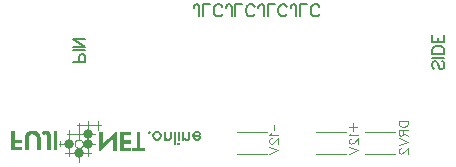
<source format=gbr>
G04 DipTrace 3.3.1.3*
G04 BottomSilk.gbr*
%MOIN*%
G04 #@! TF.FileFunction,Legend,Bot*
G04 #@! TF.Part,Single*
%ADD12C,0.003*%
%ADD19C,0.003937*%
%ADD20O,0.032613X0.032485*%
%ADD21C,0.032568*%
%ADD31C,0.004632*%
%ADD32C,0.006176*%
%FSLAX26Y26*%
G04*
G70*
G90*
G75*
G01*
G04 BotSilk*
%LPD*%
X1309948Y762539D2*
D19*
X1209948D1*
X1309948Y687539D2*
X1209948D1*
X1636347Y687534D2*
X1736347D1*
X1636347Y762534D2*
X1736347D1*
X1473751Y687539D2*
X1573751D1*
X1473751Y762539D2*
X1573751D1*
X715764Y722309D2*
X737053Y722447D1*
X639350Y690073D2*
X725638D1*
X652757Y682202D2*
Y769525D1*
X684102Y660111D2*
Y700440D1*
X715990Y682354D2*
Y798698D1*
X678214Y785088D2*
X758613D1*
X684238Y737733D2*
X684102Y793043D1*
X748829Y767876D2*
Y798698D1*
X739363Y754003D2*
X644061D1*
X617789Y722281D2*
X652531Y722156D1*
D20*
X652078Y722295D3*
D21*
X715877Y722406D3*
X684034Y689949D3*
X715786Y754696D3*
X670060Y722108D2*
D19*
X670094Y723092D1*
X670195Y724072D1*
X670363Y725042D1*
X670597Y725998D1*
X670896Y726935D1*
X671259Y727849D1*
X671683Y728734D1*
X672166Y729587D1*
X672707Y730404D1*
X673303Y731181D1*
X673950Y731913D1*
X674646Y732597D1*
X675387Y733230D1*
X676170Y733810D1*
X676991Y734332D1*
X677845Y734794D1*
X678729Y735195D1*
X679638Y735532D1*
X680568Y735803D1*
X681514Y736008D1*
X682472Y736145D1*
X683437Y736214D1*
X684404D1*
X685370Y736145D1*
X686328Y736008D1*
X687274Y735803D1*
X688204Y735532D1*
X689113Y735195D1*
X689997Y734794D1*
X690851Y734332D1*
X691671Y733810D1*
X692454Y733230D1*
X693195Y732597D1*
X693891Y731913D1*
X694539Y731181D1*
X695134Y730404D1*
X695675Y729587D1*
X696159Y728734D1*
X696583Y727849D1*
X696945Y726935D1*
X697244Y725998D1*
X697478Y725042D1*
X697646Y724072D1*
X697747Y723092D1*
X697781Y722108D1*
X697747Y721123D1*
X697646Y720143D1*
X697478Y719173D1*
X697244Y718217D1*
X696945Y717280D1*
X696583Y716367D1*
X696159Y715481D1*
X695675Y714628D1*
X695134Y713811D1*
X694539Y713035D1*
X693891Y712302D1*
X693195Y711618D1*
X692454Y710985D1*
X691671Y710406D1*
X690851Y709884D1*
X689997Y709421D1*
X689113Y709020D1*
X688204Y708683D1*
X687274Y708412D1*
X686328Y708207D1*
X685370Y708070D1*
X684404Y708001D1*
X683437D1*
X682472Y708070D1*
X681514Y708207D1*
X680568Y708412D1*
X679638Y708683D1*
X678729Y709020D1*
X677845Y709421D1*
X676991Y709884D1*
X676170Y710406D1*
X675387Y710985D1*
X674646Y711618D1*
X673950Y712302D1*
X673303Y713035D1*
X672707Y713811D1*
X672166Y714628D1*
X671683Y715481D1*
X671259Y716367D1*
X670896Y717280D1*
X670597Y718217D1*
X670363Y719173D1*
X670195Y720143D1*
X670094Y721123D1*
X670060Y722108D1*
X622590Y715934D2*
Y732883D1*
X752517Y762316D2*
D12*
X761517D1*
X821517D2*
X854517D1*
X877017D2*
X886017D1*
X752517Y760816D2*
X761517D1*
X805017D2*
X806517D1*
X821517D2*
X854517D1*
X877017D2*
X886017D1*
X752517Y759316D2*
X761517D1*
X803511D2*
X806517D1*
X821517D2*
X854517D1*
X877017D2*
X886017D1*
X752517Y757816D2*
X761517D1*
X801958D2*
X806517D1*
X821517D2*
X854517D1*
X877017D2*
X886017D1*
X752517Y756316D2*
X761517D1*
X800267D2*
X806517D1*
X821517D2*
X854517D1*
X877017D2*
X886017D1*
X752517Y754816D2*
X761517D1*
X798408D2*
X806517D1*
X821517D2*
X854517D1*
X877017D2*
X886017D1*
X752517Y753316D2*
X761517D1*
X796523D2*
X806517D1*
X821517D2*
X830517D1*
X877017D2*
X886017D1*
X752517Y751816D2*
X761517D1*
X794761D2*
X806517D1*
X821517D2*
X830517D1*
X877017D2*
X886017D1*
X752517Y750316D2*
X761517D1*
X793122D2*
X806517D1*
X821517D2*
X830517D1*
X877017D2*
X886017D1*
X752517Y748816D2*
X761517D1*
X791559D2*
X806517D1*
X821517D2*
X830517D1*
X877017D2*
X886017D1*
X752517Y747316D2*
X761517D1*
X790032D2*
X806517D1*
X821517D2*
X830517D1*
X877017D2*
X886017D1*
X752517Y745816D2*
X761517D1*
X788522D2*
X806517D1*
X821517D2*
X830517D1*
X877017D2*
X886017D1*
X752517Y744316D2*
X761517D1*
X787013D2*
X806517D1*
X821517D2*
X830517D1*
X877017D2*
X886017D1*
X752517Y742816D2*
X761517D1*
X785459D2*
X806517D1*
X821517D2*
X830517D1*
X877017D2*
X886017D1*
X752517Y741316D2*
X761517D1*
X783767D2*
X794517D1*
X799017D2*
X806517D1*
X821517D2*
X830517D1*
X877017D2*
X886017D1*
X752517Y739816D2*
X761517D1*
X781908D2*
X793017D1*
X799017D2*
X806517D1*
X821517D2*
X830517D1*
X877017D2*
X886017D1*
X752517Y738316D2*
X761517D1*
X780023D2*
X791517D1*
X799017D2*
X806517D1*
X821517D2*
X830517D1*
X877017D2*
X886017D1*
X752517Y736816D2*
X761517D1*
X778261D2*
X790017D1*
X799017D2*
X806517D1*
X821517D2*
X830517D1*
X877017D2*
X886017D1*
X752517Y735316D2*
X761517D1*
X776622D2*
X788517D1*
X799017D2*
X806517D1*
X821517D2*
X830517D1*
X877017D2*
X886017D1*
X752517Y733816D2*
X761517D1*
X775059D2*
X787017D1*
X799017D2*
X806517D1*
X821517D2*
X854517D1*
X877017D2*
X886017D1*
X752517Y732316D2*
X761517D1*
X773532D2*
X785517D1*
X799017D2*
X806517D1*
X821517D2*
X854517D1*
X877017D2*
X886017D1*
X752517Y730816D2*
X761517D1*
X772022D2*
X784017D1*
X799017D2*
X806517D1*
X821517D2*
X854517D1*
X877017D2*
X886017D1*
X752517Y729316D2*
X761517D1*
X770518D2*
X782517D1*
X799017D2*
X806517D1*
X821517D2*
X854517D1*
X877017D2*
X886017D1*
X752517Y727816D2*
X761522D1*
X769011D2*
X781017D1*
X799017D2*
X806517D1*
X821517D2*
X854517D1*
X877017D2*
X886017D1*
X752517Y726316D2*
X761580D1*
X767454D2*
X779517D1*
X799017D2*
X806517D1*
X821517D2*
X854517D1*
X877017D2*
X886017D1*
X752517Y724816D2*
X761811D1*
X765722D2*
X778017D1*
X799017D2*
X806517D1*
X821517D2*
X830517D1*
X877017D2*
X886017D1*
X752517Y723316D2*
X762324D1*
X763709D2*
X776517D1*
X799017D2*
X806517D1*
X821517D2*
X830517D1*
X877017D2*
X886017D1*
X752517Y721816D2*
X775017D1*
X799017D2*
X806517D1*
X821517D2*
X830517D1*
X877017D2*
X886017D1*
X752517Y720316D2*
X773517D1*
X799017D2*
X806517D1*
X821517D2*
X830517D1*
X877017D2*
X886017D1*
X752517Y718816D2*
X772011D1*
X799017D2*
X806517D1*
X821517D2*
X830517D1*
X877017D2*
X886017D1*
X752517Y717316D2*
X770458D1*
X799017D2*
X806517D1*
X821517D2*
X830517D1*
X877017D2*
X886017D1*
X752517Y715816D2*
X768767D1*
X799017D2*
X806517D1*
X821517D2*
X830517D1*
X877017D2*
X886017D1*
X752517Y714316D2*
X766908D1*
X799017D2*
X806517D1*
X821517D2*
X830517D1*
X877017D2*
X886017D1*
X752517Y712816D2*
X765023D1*
X799017D2*
X806517D1*
X821517D2*
X830517D1*
X877017D2*
X886017D1*
X752517Y711316D2*
X763261D1*
X799017D2*
X806517D1*
X821517D2*
X830517D1*
X877017D2*
X886017D1*
X752517Y709816D2*
X761622D1*
X799017D2*
X806517D1*
X821517D2*
X854517D1*
X860517D2*
X901017D1*
X752517Y708316D2*
X760059D1*
X799017D2*
X806517D1*
X821517D2*
X854517D1*
X860517D2*
X901017D1*
X752517Y706816D2*
X758532D1*
X799017D2*
X806517D1*
X821517D2*
X854517D1*
X860517D2*
X901017D1*
X752517Y705316D2*
X757022D1*
X799017D2*
X806517D1*
X821517D2*
X854517D1*
X860517D2*
X901017D1*
X752517Y703816D2*
X755518D1*
X799017D2*
X806517D1*
X821517D2*
X854517D1*
X860517D2*
X901017D1*
X752517Y702316D2*
X754017D1*
X799017D2*
X806517D1*
X821517D2*
X854517D1*
X860517D2*
X901017D1*
X459009Y764976D2*
X468009D1*
X520509D2*
X537009D1*
X568509D2*
X579009D1*
X600009D2*
X609009D1*
X459009Y763476D2*
X468009D1*
X517112D2*
X540407D1*
X565873D2*
X581145D1*
X600009D2*
X609009D1*
X459009Y761976D2*
X468009D1*
X514304D2*
X543209D1*
X563707D2*
X582877D1*
X600009D2*
X609009D1*
X459009Y760476D2*
X468009D1*
X512089D2*
X545377D1*
X561917D2*
X584177D1*
X600009D2*
X609009D1*
X459009Y758976D2*
X468009D1*
X510302D2*
X547020D1*
X562123D2*
X585139D1*
X600009D2*
X609009D1*
X459009Y757476D2*
X468009D1*
X508854D2*
X548253D1*
X563049D2*
X585808D1*
X600009D2*
X609009D1*
X459009Y755976D2*
X468009D1*
X507715D2*
X522304D1*
X533420D2*
X549228D1*
X564222D2*
X568509D1*
X575714D2*
X586190D1*
X600009D2*
X609009D1*
X459009Y754476D2*
X468009D1*
X506828D2*
X519933D1*
X536668D2*
X550069D1*
X565509D2*
X567009D1*
X576592D2*
X586377D1*
X600009D2*
X609009D1*
X459009Y752976D2*
X468009D1*
X506186D2*
X517983D1*
X539114D2*
X550803D1*
X577094D2*
X586458D1*
X600009D2*
X609009D1*
X459009Y751476D2*
X468009D1*
X505763D2*
X516436D1*
X540858D2*
X551378D1*
X577338D2*
X586490D1*
X600009D2*
X609009D1*
X459009Y749976D2*
X468009D1*
X505390D2*
X515249D1*
X542012D2*
X551772D1*
X577443D2*
X586503D1*
X600009D2*
X609009D1*
X459009Y748476D2*
X468009D1*
X504951D2*
X514341D1*
X542794D2*
X552135D1*
X577485D2*
X586507D1*
X600009D2*
X609009D1*
X459009Y746976D2*
X468009D1*
X504534D2*
X513696D1*
X543429D2*
X552570D1*
X577501D2*
X586509D1*
X600009D2*
X609009D1*
X459009Y745476D2*
X468009D1*
X504261D2*
X513323D1*
X543931D2*
X552985D1*
X577506D2*
X586509D1*
X600009D2*
X609009D1*
X459009Y743976D2*
X468009D1*
X504117D2*
X513140D1*
X544238D2*
X553258D1*
X577508D2*
X586509D1*
X600009D2*
X609009D1*
X459009Y742476D2*
X468009D1*
X504052D2*
X513060D1*
X544394D2*
X553401D1*
X577509D2*
X586509D1*
X600009D2*
X609009D1*
X459009Y740976D2*
X468009D1*
X504025D2*
X513028D1*
X544464D2*
X553467D1*
X577509D2*
X586509D1*
X600009D2*
X609009D1*
X459009Y739476D2*
X468009D1*
X504015D2*
X513016D1*
X544493D2*
X553493D1*
X577509D2*
X586509D1*
X600009D2*
X609009D1*
X459009Y737976D2*
X468009D1*
X504011D2*
X513012D1*
X544503D2*
X553504D1*
X577509D2*
X586509D1*
X600009D2*
X609009D1*
X459009Y736476D2*
X492009D1*
X504010D2*
X513010D1*
X544507D2*
X553507D1*
X577509D2*
X586509D1*
X600009D2*
X609009D1*
X459009Y734976D2*
X492009D1*
X504010D2*
X513010D1*
X544509D2*
X553509D1*
X577509D2*
X586509D1*
X600009D2*
X609009D1*
X459009Y733476D2*
X492009D1*
X504009D2*
X513009D1*
X544509D2*
X553509D1*
X577509D2*
X586509D1*
X600009D2*
X609009D1*
X459009Y731976D2*
X492009D1*
X504009D2*
X513009D1*
X544509D2*
X553509D1*
X577509D2*
X586509D1*
X600009D2*
X609009D1*
X459009Y730476D2*
X492009D1*
X504009D2*
X513009D1*
X544509D2*
X553509D1*
X577509D2*
X586509D1*
X600009D2*
X609009D1*
X459009Y728976D2*
X492009D1*
X504009D2*
X513009D1*
X544509D2*
X553509D1*
X577509D2*
X586509D1*
X600009D2*
X609009D1*
X459009Y727476D2*
X468009D1*
X504009D2*
X513009D1*
X544509D2*
X553509D1*
X577509D2*
X586509D1*
X600009D2*
X609009D1*
X459009Y725976D2*
X468009D1*
X504009D2*
X513009D1*
X544509D2*
X553509D1*
X577509D2*
X586509D1*
X600009D2*
X609009D1*
X459009Y724476D2*
X468009D1*
X504009D2*
X513009D1*
X544509D2*
X553509D1*
X577509D2*
X586509D1*
X600009D2*
X609009D1*
X459009Y722976D2*
X468009D1*
X504009D2*
X513009D1*
X544509D2*
X553509D1*
X577509D2*
X586509D1*
X600009D2*
X609009D1*
X459009Y721476D2*
X468009D1*
X504009D2*
X513009D1*
X544509D2*
X553509D1*
X577509D2*
X586509D1*
X600009D2*
X609009D1*
X459009Y719976D2*
X468009D1*
X504009D2*
X513009D1*
X544509D2*
X553509D1*
X577509D2*
X586509D1*
X600009D2*
X609009D1*
X459009Y718476D2*
X468009D1*
X504009D2*
X513009D1*
X544509D2*
X553509D1*
X577509D2*
X586509D1*
X600009D2*
X609009D1*
X459009Y716976D2*
X468009D1*
X504009D2*
X513009D1*
X544509D2*
X553509D1*
X577509D2*
X586509D1*
X600009D2*
X609009D1*
X459009Y715476D2*
X468009D1*
X504009D2*
X513009D1*
X544509D2*
X553509D1*
X577509D2*
X586509D1*
X600009D2*
X609009D1*
X459009Y713976D2*
X468009D1*
X504009D2*
X513009D1*
X544509D2*
X553509D1*
X577509D2*
X586509D1*
X600009D2*
X609009D1*
X459009Y712476D2*
X492009D1*
X504009D2*
X513009D1*
X544509D2*
X553509D1*
X577509D2*
X586509D1*
X600009D2*
X609009D1*
X459009Y710976D2*
X492009D1*
X504009D2*
X513009D1*
X544509D2*
X553509D1*
X577509D2*
X586509D1*
X600009D2*
X609009D1*
X459009Y709476D2*
X492009D1*
X504009D2*
X513009D1*
X544509D2*
X553509D1*
X577509D2*
X586509D1*
X600009D2*
X609009D1*
X459009Y707976D2*
X492009D1*
X504009D2*
X513009D1*
X544509D2*
X553509D1*
X577509D2*
X586509D1*
X600009D2*
X609009D1*
X459009Y706476D2*
X492009D1*
X504009D2*
X513009D1*
X544509D2*
X553509D1*
X577509D2*
X586509D1*
X600009D2*
X609009D1*
X459009Y704976D2*
X492009D1*
X504009D2*
X513009D1*
X544509D2*
X553509D1*
X577509D2*
X586509D1*
X600009D2*
X609009D1*
X752517Y762316D2*
Y760816D1*
Y759316D1*
Y757816D1*
Y756316D1*
Y754816D1*
Y753316D1*
Y751816D1*
Y750316D1*
Y748816D1*
Y747316D1*
Y745816D1*
Y744316D1*
Y742816D1*
Y741316D1*
Y739816D1*
Y738316D1*
Y736816D1*
Y735316D1*
Y733816D1*
Y732316D1*
Y730816D1*
Y729316D1*
Y727816D1*
Y726316D1*
Y724816D1*
Y723316D1*
Y721816D1*
Y720316D1*
Y718816D1*
Y717316D1*
Y715816D1*
Y714316D1*
Y712816D1*
Y711316D1*
Y709816D1*
Y708316D1*
Y706816D1*
Y705316D1*
Y703816D1*
Y702316D1*
X761517Y762316D2*
Y760816D1*
Y759316D1*
Y757816D1*
Y756316D1*
Y754816D1*
Y753316D1*
Y751816D1*
Y750316D1*
Y748816D1*
Y747316D1*
Y745816D1*
Y744316D1*
Y742816D1*
Y741316D1*
Y739816D1*
Y738316D1*
Y736816D1*
Y735316D1*
Y733816D1*
Y732316D1*
Y730816D1*
Y729316D1*
X761522Y727816D1*
X761580Y726316D1*
X761811Y724816D1*
X762324Y723316D1*
X763017Y721816D1*
X821517Y762316D2*
Y760816D1*
Y759316D1*
Y757816D1*
Y756316D1*
Y754816D1*
Y753316D1*
Y751816D1*
Y750316D1*
Y748816D1*
Y747316D1*
Y745816D1*
Y744316D1*
Y742816D1*
Y741316D1*
Y739816D1*
Y738316D1*
Y736816D1*
Y735316D1*
Y733816D1*
Y732316D1*
Y730816D1*
Y729316D1*
Y727816D1*
Y726316D1*
Y724816D1*
Y723316D1*
Y721816D1*
Y720316D1*
Y718816D1*
Y717316D1*
Y715816D1*
Y714316D1*
Y712816D1*
Y711316D1*
Y709816D1*
Y708316D1*
Y706816D1*
Y705316D1*
Y703816D1*
Y702316D1*
X854517Y762316D2*
Y760816D1*
Y759316D1*
Y757816D1*
Y756316D1*
Y754816D1*
X877017Y762316D2*
Y760816D1*
Y759316D1*
Y757816D1*
Y756316D1*
Y754816D1*
Y753316D1*
Y751816D1*
Y750316D1*
Y748816D1*
Y747316D1*
Y745816D1*
Y744316D1*
Y742816D1*
Y741316D1*
Y739816D1*
Y738316D1*
Y736816D1*
Y735316D1*
Y733816D1*
Y732316D1*
Y730816D1*
Y729316D1*
Y727816D1*
Y726316D1*
Y724816D1*
Y723316D1*
Y721816D1*
Y720316D1*
Y718816D1*
Y717316D1*
Y715816D1*
Y714316D1*
Y712816D1*
Y711316D1*
Y709816D1*
X860517D1*
Y708316D1*
Y706816D1*
Y705316D1*
Y703816D1*
Y702316D1*
X886017Y762316D2*
Y760816D1*
Y759316D1*
Y757816D1*
Y756316D1*
Y754816D1*
Y753316D1*
Y751816D1*
Y750316D1*
Y748816D1*
Y747316D1*
Y745816D1*
Y744316D1*
Y742816D1*
Y741316D1*
Y739816D1*
Y738316D1*
Y736816D1*
Y735316D1*
Y733816D1*
Y732316D1*
Y730816D1*
Y729316D1*
Y727816D1*
Y726316D1*
Y724816D1*
Y723316D1*
Y721816D1*
Y720316D1*
Y718816D1*
Y717316D1*
Y715816D1*
Y714316D1*
Y712816D1*
Y711316D1*
Y709816D1*
X901017D1*
Y708316D1*
Y706816D1*
Y705316D1*
Y703816D1*
Y702316D1*
X805017Y760816D2*
X803511Y759316D1*
X801958Y757816D1*
X800267Y756316D1*
X798408Y754816D1*
X796523Y753316D1*
X794761Y751816D1*
X793122Y750316D1*
X791559Y748816D1*
X790032Y747316D1*
X788522Y745816D1*
X787013Y744316D1*
X785459Y742816D1*
X783767Y741316D1*
X781908Y739816D1*
X780023Y738316D1*
X778261Y736816D1*
X776622Y735316D1*
X775059Y733816D1*
X773532Y732316D1*
X772022Y730816D1*
X770518Y729316D1*
X769011Y727816D1*
X767454Y726316D1*
X765722Y724816D1*
X763709Y723316D1*
X761517Y721816D1*
X806517Y760816D2*
Y759316D1*
Y757816D1*
Y756316D1*
Y754816D1*
Y753316D1*
Y751816D1*
Y750316D1*
Y748816D1*
Y747316D1*
Y745816D1*
Y744316D1*
Y742816D1*
Y741316D1*
Y739816D1*
Y738316D1*
Y736816D1*
Y735316D1*
Y733816D1*
Y732316D1*
Y730816D1*
Y729316D1*
Y727816D1*
Y726316D1*
Y724816D1*
Y723316D1*
Y721816D1*
Y720316D1*
Y718816D1*
Y717316D1*
Y715816D1*
Y714316D1*
Y712816D1*
Y711316D1*
Y709816D1*
Y708316D1*
Y706816D1*
Y705316D1*
Y703816D1*
Y702316D1*
X830517Y754816D2*
Y753316D1*
Y751816D1*
Y750316D1*
Y748816D1*
Y747316D1*
Y745816D1*
Y744316D1*
Y742816D1*
Y741316D1*
Y739816D1*
Y738316D1*
Y736816D1*
Y735316D1*
Y733816D1*
X796017Y742816D2*
X794517Y741316D1*
X793017Y739816D1*
X791517Y738316D1*
X790017Y736816D1*
X788517Y735316D1*
X787017Y733816D1*
X785517Y732316D1*
X784017Y730816D1*
X782517Y729316D1*
X781017Y727816D1*
X779517Y726316D1*
X778017Y724816D1*
X776517Y723316D1*
X775017Y721816D1*
X773517Y720316D1*
X772011Y718816D1*
X770458Y717316D1*
X768767Y715816D1*
X766908Y714316D1*
X765023Y712816D1*
X763261Y711316D1*
X761622Y709816D1*
X760059Y708316D1*
X758532Y706816D1*
X757022Y705316D1*
X755518Y703816D1*
X754017Y702316D1*
X799017Y742816D2*
Y741316D1*
Y739816D1*
Y738316D1*
Y736816D1*
Y735316D1*
Y733816D1*
Y732316D1*
Y730816D1*
Y729316D1*
Y727816D1*
Y726316D1*
Y724816D1*
Y723316D1*
Y721816D1*
Y720316D1*
Y718816D1*
Y717316D1*
Y715816D1*
Y714316D1*
Y712816D1*
Y711316D1*
Y709816D1*
Y708316D1*
Y706816D1*
Y705316D1*
Y703816D1*
Y702316D1*
X854517Y733816D2*
Y732316D1*
Y730816D1*
Y729316D1*
Y727816D1*
Y726316D1*
X830517D2*
Y724816D1*
Y723316D1*
Y721816D1*
Y720316D1*
Y718816D1*
Y717316D1*
Y715816D1*
Y714316D1*
Y712816D1*
Y711316D1*
Y709816D1*
X854517D2*
Y708316D1*
Y706816D1*
Y705316D1*
Y703816D1*
Y702316D1*
X459009Y764976D2*
Y763476D1*
Y761976D1*
Y760476D1*
Y758976D1*
Y757476D1*
Y755976D1*
Y754476D1*
Y752976D1*
Y751476D1*
Y749976D1*
Y748476D1*
Y746976D1*
Y745476D1*
Y743976D1*
Y742476D1*
Y740976D1*
Y739476D1*
Y737976D1*
Y736476D1*
Y734976D1*
Y733476D1*
Y731976D1*
Y730476D1*
Y728976D1*
Y727476D1*
Y725976D1*
Y724476D1*
Y722976D1*
Y721476D1*
Y719976D1*
Y718476D1*
Y716976D1*
Y715476D1*
Y713976D1*
Y712476D1*
Y710976D1*
Y709476D1*
Y707976D1*
Y706476D1*
Y704976D1*
X468009Y764976D2*
Y763476D1*
Y761976D1*
Y760476D1*
Y758976D1*
Y757476D1*
Y755976D1*
Y754476D1*
Y752976D1*
Y751476D1*
Y749976D1*
Y748476D1*
Y746976D1*
Y745476D1*
Y743976D1*
Y742476D1*
Y740976D1*
Y739476D1*
Y737976D1*
Y736476D1*
X520509Y764976D2*
X517112Y763476D1*
X514304Y761976D1*
X512089Y760476D1*
X510302Y758976D1*
X508854Y757476D1*
X507715Y755976D1*
X506828Y754476D1*
X506186Y752976D1*
X505763Y751476D1*
X505390Y749976D1*
X504951Y748476D1*
X504534Y746976D1*
X504261Y745476D1*
X504117Y743976D1*
X504052Y742476D1*
X504025Y740976D1*
X504015Y739476D1*
X504011Y737976D1*
X504010Y736476D1*
Y734976D1*
X504009Y733476D1*
Y731976D1*
Y730476D1*
Y728976D1*
Y727476D1*
Y725976D1*
Y724476D1*
Y722976D1*
Y721476D1*
Y719976D1*
Y718476D1*
Y716976D1*
Y715476D1*
Y713976D1*
Y712476D1*
Y710976D1*
Y709476D1*
Y707976D1*
Y706476D1*
Y704976D1*
X537009Y764976D2*
X540407Y763476D1*
X543209Y761976D1*
X545377Y760476D1*
X547020Y758976D1*
X548253Y757476D1*
X549228Y755976D1*
X550069Y754476D1*
X550803Y752976D1*
X551378Y751476D1*
X551772Y749976D1*
X552135Y748476D1*
X552570Y746976D1*
X552985Y745476D1*
X553258Y743976D1*
X553401Y742476D1*
X553467Y740976D1*
X553493Y739476D1*
X553504Y737976D1*
X553507Y736476D1*
X553509Y734976D1*
Y733476D1*
Y731976D1*
Y730476D1*
Y728976D1*
Y727476D1*
Y725976D1*
Y724476D1*
Y722976D1*
Y721476D1*
Y719976D1*
Y718476D1*
Y716976D1*
Y715476D1*
Y713976D1*
Y712476D1*
Y710976D1*
Y709476D1*
Y707976D1*
Y706476D1*
Y704976D1*
X568509Y764976D2*
X565873Y763476D1*
X563707Y761976D1*
X561917Y760476D1*
X562123Y758976D1*
X563049Y757476D1*
X564222Y755976D1*
X565509Y754476D1*
X579009Y764976D2*
X581145Y763476D1*
X582877Y761976D1*
X584177Y760476D1*
X585139Y758976D1*
X585808Y757476D1*
X586190Y755976D1*
X586377Y754476D1*
X586458Y752976D1*
X586490Y751476D1*
X586503Y749976D1*
X586507Y748476D1*
X586509Y746976D1*
Y745476D1*
Y743976D1*
Y742476D1*
Y740976D1*
Y739476D1*
Y737976D1*
Y736476D1*
Y734976D1*
Y733476D1*
Y731976D1*
Y730476D1*
Y728976D1*
Y727476D1*
Y725976D1*
Y724476D1*
Y722976D1*
Y721476D1*
Y719976D1*
Y718476D1*
Y716976D1*
Y715476D1*
Y713976D1*
Y712476D1*
Y710976D1*
Y709476D1*
Y707976D1*
Y706476D1*
Y704976D1*
X600009Y764976D2*
Y763476D1*
Y761976D1*
Y760476D1*
Y758976D1*
Y757476D1*
Y755976D1*
Y754476D1*
Y752976D1*
Y751476D1*
Y749976D1*
Y748476D1*
Y746976D1*
Y745476D1*
Y743976D1*
Y742476D1*
Y740976D1*
Y739476D1*
Y737976D1*
Y736476D1*
Y734976D1*
Y733476D1*
Y731976D1*
Y730476D1*
Y728976D1*
Y727476D1*
Y725976D1*
Y724476D1*
Y722976D1*
Y721476D1*
Y719976D1*
Y718476D1*
Y716976D1*
Y715476D1*
Y713976D1*
Y712476D1*
Y710976D1*
Y709476D1*
Y707976D1*
Y706476D1*
Y704976D1*
X609009Y764976D2*
Y763476D1*
Y761976D1*
Y760476D1*
Y758976D1*
Y757476D1*
Y755976D1*
Y754476D1*
Y752976D1*
Y751476D1*
Y749976D1*
Y748476D1*
Y746976D1*
Y745476D1*
Y743976D1*
Y742476D1*
Y740976D1*
Y739476D1*
Y737976D1*
Y736476D1*
Y734976D1*
Y733476D1*
Y731976D1*
Y730476D1*
Y728976D1*
Y727476D1*
Y725976D1*
Y724476D1*
Y722976D1*
Y721476D1*
Y719976D1*
Y718476D1*
Y716976D1*
Y715476D1*
Y713976D1*
Y712476D1*
Y710976D1*
Y709476D1*
Y707976D1*
Y706476D1*
Y704976D1*
X525009Y757476D2*
X522304Y755976D1*
X519933Y754476D1*
X517983Y752976D1*
X516436Y751476D1*
X515249Y749976D1*
X514341Y748476D1*
X513696Y746976D1*
X513323Y745476D1*
X513140Y743976D1*
X513060Y742476D1*
X513028Y740976D1*
X513016Y739476D1*
X513012Y737976D1*
X513010Y736476D1*
Y734976D1*
X513009Y733476D1*
Y731976D1*
Y730476D1*
Y728976D1*
Y727476D1*
Y725976D1*
Y724476D1*
Y722976D1*
Y721476D1*
Y719976D1*
Y718476D1*
Y716976D1*
Y715476D1*
Y713976D1*
Y712476D1*
Y710976D1*
Y709476D1*
Y707976D1*
Y706476D1*
Y704976D1*
X529509Y757476D2*
X533420Y755976D1*
X536668Y754476D1*
X539114Y752976D1*
X540858Y751476D1*
X542012Y749976D1*
X542794Y748476D1*
X543429Y746976D1*
X543931Y745476D1*
X544238Y743976D1*
X544394Y742476D1*
X544464Y740976D1*
X544493Y739476D1*
X544503Y737976D1*
X544507Y736476D1*
X544509Y734976D1*
Y733476D1*
Y731976D1*
Y730476D1*
Y728976D1*
Y727476D1*
Y725976D1*
Y724476D1*
Y722976D1*
Y721476D1*
Y719976D1*
Y718476D1*
Y716976D1*
Y715476D1*
Y713976D1*
Y712476D1*
Y710976D1*
Y709476D1*
Y707976D1*
Y706476D1*
Y704976D1*
X570009Y757476D2*
X568509Y755976D1*
X567009Y754476D1*
X574509Y757476D2*
X575714Y755976D1*
X576592Y754476D1*
X577094Y752976D1*
X577338Y751476D1*
X577443Y749976D1*
X577485Y748476D1*
X577501Y746976D1*
X577506Y745476D1*
X577508Y743976D1*
X577509Y742476D1*
Y740976D1*
Y739476D1*
Y737976D1*
Y736476D1*
Y734976D1*
Y733476D1*
Y731976D1*
Y730476D1*
Y728976D1*
Y727476D1*
Y725976D1*
Y724476D1*
Y722976D1*
Y721476D1*
Y719976D1*
Y718476D1*
Y716976D1*
Y715476D1*
Y713976D1*
Y712476D1*
Y710976D1*
Y709476D1*
Y707976D1*
Y706476D1*
Y704976D1*
X492009Y736476D2*
Y734976D1*
Y733476D1*
Y731976D1*
Y730476D1*
Y728976D1*
X468009D2*
Y727476D1*
Y725976D1*
Y724476D1*
Y722976D1*
Y721476D1*
Y719976D1*
Y718476D1*
Y716976D1*
Y715476D1*
Y713976D1*
Y712476D1*
X492009D2*
Y710976D1*
Y709476D1*
Y707976D1*
Y706476D1*
Y704976D1*
X1334545Y783671D2*
D31*
Y767090D1*
X1325226Y757826D2*
X1323767Y754941D1*
X1319489Y750630D1*
X1349600D1*
X1326652Y739907D2*
X1325226D1*
X1322341Y738482D1*
X1320915Y737056D1*
X1319489Y734171D1*
Y728434D1*
X1320915Y725582D1*
X1322341Y724156D1*
X1325226Y722697D1*
X1328078D1*
X1330963Y724156D1*
X1335241Y727008D1*
X1349600Y741367D1*
Y721271D1*
X1319456Y712007D2*
X1349600Y700533D1*
X1319456Y689059D1*
X1586098Y779393D2*
X1611931D1*
X1599031Y792293D2*
Y766460D1*
X1589696Y757196D2*
X1588237Y754311D1*
X1583959Y750000D1*
X1614070D1*
X1591122Y739277D2*
X1589696D1*
X1586811Y737852D1*
X1585385Y736426D1*
X1583959Y733541D1*
Y727804D1*
X1585385Y724952D1*
X1586811Y723526D1*
X1589696Y722067D1*
X1592548D1*
X1595433Y723526D1*
X1599711Y726378D1*
X1614070Y740737D1*
Y720641D1*
X1583926Y711377D2*
X1614070Y699903D1*
X1583926Y688429D1*
X918225Y758311D2*
D32*
X916324Y760257D1*
X918225Y762158D1*
X920171Y760257D1*
X918225Y758311D1*
X942073Y735363D2*
X938270Y737265D1*
X934424Y741111D1*
X932522Y746859D1*
Y750662D1*
X934424Y756410D1*
X938270Y760212D1*
X942073Y762158D1*
X947821D1*
X951668Y760212D1*
X955470Y756410D1*
X957416Y750662D1*
Y746859D1*
X955470Y741111D1*
X951668Y737265D1*
X947821Y735363D1*
X942073D1*
X969767D2*
Y762158D1*
Y743013D2*
X975515Y737265D1*
X979362Y735363D1*
X985066D1*
X988912Y737265D1*
X990814Y743013D1*
Y762158D1*
X1003165Y721966D2*
Y762158D1*
X1015516Y721966D2*
X1017418Y723867D1*
X1019363Y721966D1*
X1017418Y720020D1*
X1015516Y721966D1*
X1017418Y735363D2*
Y762158D1*
X1031715Y735363D2*
Y762158D1*
Y743013D2*
X1037463Y737265D1*
X1041309Y735363D1*
X1047013D1*
X1050860Y737265D1*
X1052761Y743013D1*
Y762158D1*
X1065113Y746859D2*
X1088060D1*
Y743013D1*
X1086159Y739166D1*
X1084258Y737265D1*
X1080411Y735363D1*
X1074663D1*
X1070861Y737265D1*
X1067014Y741111D1*
X1065113Y746859D1*
Y750662D1*
X1067014Y756410D1*
X1070861Y760212D1*
X1074663Y762158D1*
X1080411D1*
X1084258Y760212D1*
X1088060Y756410D1*
X1086001Y1146655D2*
Y1177252D1*
X1084100Y1183000D1*
X1082155Y1184901D1*
X1078352Y1186847D1*
X1074505D1*
X1070703Y1184901D1*
X1068801Y1183000D1*
X1066856Y1177252D1*
Y1173450D1*
X1098353Y1146655D2*
Y1186847D1*
X1121301D1*
X1162348Y1156205D2*
X1160447Y1152403D1*
X1156600Y1148556D1*
X1152797Y1146655D1*
X1145148D1*
X1141301Y1148556D1*
X1137499Y1152403D1*
X1135553Y1156205D1*
X1133652Y1161954D1*
Y1171548D1*
X1135553Y1177252D1*
X1137499Y1181099D1*
X1141301Y1184901D1*
X1145148Y1186847D1*
X1152797D1*
X1156600Y1184901D1*
X1160447Y1181099D1*
X1162348Y1177252D1*
X1193845Y1146655D2*
Y1177252D1*
X1191943Y1183000D1*
X1189998Y1184901D1*
X1186195Y1186847D1*
X1182349D1*
X1178546Y1184901D1*
X1176645Y1183000D1*
X1174699Y1177252D1*
Y1173450D1*
X1206196Y1146655D2*
Y1186847D1*
X1229144D1*
X1270191Y1156205D2*
X1268290Y1152403D1*
X1264443Y1148556D1*
X1260641Y1146655D1*
X1252991D1*
X1249145Y1148556D1*
X1245342Y1152403D1*
X1243397Y1156205D1*
X1241495Y1161954D1*
Y1171548D1*
X1243397Y1177252D1*
X1245342Y1181099D1*
X1249145Y1184901D1*
X1252991Y1186847D1*
X1260641D1*
X1264443Y1184901D1*
X1268290Y1181099D1*
X1270191Y1177252D1*
X1301688Y1146655D2*
Y1177252D1*
X1299787Y1183000D1*
X1297841Y1184901D1*
X1294039Y1186847D1*
X1290192D1*
X1286390Y1184901D1*
X1284488Y1183000D1*
X1282543Y1177252D1*
Y1173450D1*
X1314040Y1146655D2*
Y1186847D1*
X1336987D1*
X1378035Y1156206D2*
X1376133Y1152403D1*
X1372287Y1148556D1*
X1368484Y1146655D1*
X1360835D1*
X1356988Y1148556D1*
X1353186Y1152403D1*
X1351240Y1156205D1*
X1349339Y1161954D1*
Y1171548D1*
X1351240Y1177252D1*
X1353186Y1181099D1*
X1356988Y1184901D1*
X1360835Y1186847D1*
X1368484D1*
X1372287Y1184901D1*
X1376134Y1181099D1*
X1378035Y1177252D1*
X1409531Y1146655D2*
X1409532Y1177252D1*
X1407630Y1183000D1*
X1405685Y1184901D1*
X1401882Y1186847D1*
X1398035D1*
X1394233Y1184901D1*
X1392332Y1183000D1*
X1390386Y1177252D1*
Y1173450D1*
X1421883Y1146655D2*
Y1186847D1*
X1444831D1*
X1485878Y1156205D2*
X1483977Y1152403D1*
X1480130Y1148556D1*
X1476327Y1146655D1*
X1468678D1*
X1464831Y1148556D1*
X1461029Y1152403D1*
X1459083Y1156206D1*
X1457182Y1161954D1*
Y1171548D1*
X1459083Y1177252D1*
X1461029Y1181099D1*
X1464831Y1184901D1*
X1468678Y1186847D1*
X1476328D1*
X1480130Y1184901D1*
X1483977Y1181099D1*
X1485878Y1177252D1*
X1750540Y799054D2*
D31*
X1780684D1*
Y789006D1*
X1779225Y784695D1*
X1776373Y781810D1*
X1773488Y780384D1*
X1769210Y778958D1*
X1762014D1*
X1757703Y780384D1*
X1754851Y781810D1*
X1751966Y784695D1*
X1750540Y789006D1*
Y799054D1*
X1764899Y769694D2*
Y756794D1*
X1763440Y752483D1*
X1762014Y751024D1*
X1759162Y749598D1*
X1756277D1*
X1753425Y751024D1*
X1751966Y752483D1*
X1750540Y756794D1*
Y769694D1*
X1780684D1*
X1764899Y759646D2*
X1780684Y749598D1*
X1750540Y740335D2*
X1780684Y728861D1*
X1750540Y717387D1*
X1757736Y706664D2*
X1756310D1*
X1753425Y705238D1*
X1751999Y703812D1*
X1750573Y700927D1*
Y695190D1*
X1751999Y692338D1*
X1753425Y690912D1*
X1756310Y689453D1*
X1759162D1*
X1762047Y690912D1*
X1766325Y693764D1*
X1780684Y708123D1*
Y688027D1*
X684548Y994463D2*
D32*
Y1011707D1*
X686449Y1017411D1*
X688395Y1019356D1*
X692197Y1021258D1*
X697945D1*
X701748Y1019356D1*
X703693Y1017411D1*
X705594Y1011707D1*
Y994463D1*
X665402D1*
X705594Y1033609D2*
X665402D1*
X705594Y1072755D2*
X665402D1*
X705594Y1045960D1*
X665402D1*
X1895811Y997035D2*
X1899658Y993233D1*
X1901559Y987485D1*
Y979835D1*
X1899658Y974087D1*
X1895811Y970240D1*
X1892008D1*
X1888162Y972186D1*
X1886260Y974087D1*
X1884359Y977890D1*
X1880512Y989386D1*
X1878611Y993233D1*
X1876666Y995134D1*
X1872863Y997035D1*
X1867115D1*
X1863313Y993233D1*
X1861367Y987485D1*
Y979835D1*
X1863313Y974087D1*
X1867115Y970240D1*
X1901559Y1009387D2*
X1861367D1*
X1901559Y1021738D2*
X1861367D1*
Y1035135D1*
X1863312Y1040883D1*
X1867115Y1044730D1*
X1870962Y1046631D1*
X1876666Y1048533D1*
X1886260D1*
X1892008Y1046631D1*
X1895811Y1044730D1*
X1899658Y1040883D1*
X1901559Y1035135D1*
Y1021738D1*
Y1085733D2*
Y1060884D1*
X1861367D1*
Y1085733D1*
X1882414Y1060884D2*
Y1076183D1*
M02*

</source>
